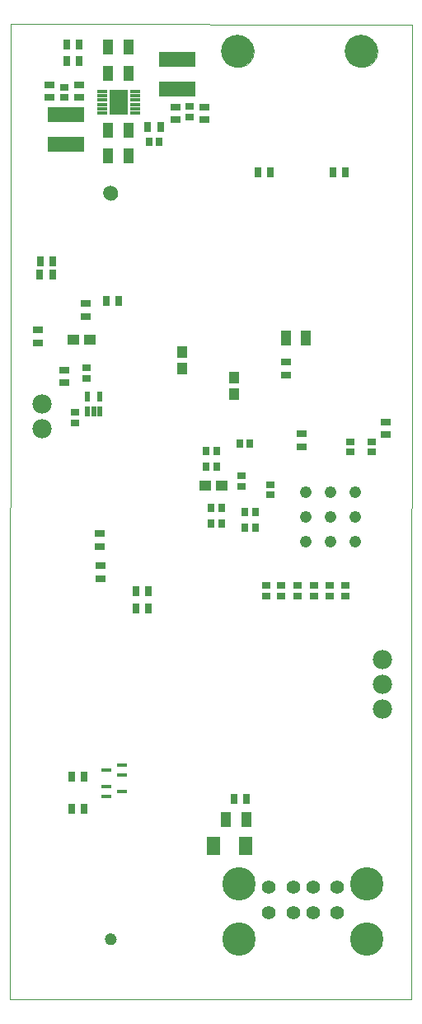
<source format=gbs>
G75*
%MOIN*%
%OFA0B0*%
%FSLAX24Y24*%
%IPPOS*%
%LPD*%
%AMOC8*
5,1,8,0,0,1.08239X$1,22.5*
%
%ADD10C,0.0000*%
%ADD11R,0.1457X0.0631*%
%ADD12R,0.0440X0.0180*%
%ADD13R,0.0440X0.0160*%
%ADD14R,0.0434X0.0473*%
%ADD15R,0.0473X0.0434*%
%ADD16R,0.0434X0.0138*%
%ADD17R,0.0749X0.1034*%
%ADD18R,0.0310X0.0340*%
%ADD19R,0.0420X0.0640*%
%ADD20R,0.0316X0.0394*%
%ADD21R,0.0394X0.0316*%
%ADD22R,0.0520X0.0780*%
%ADD23C,0.0560*%
%ADD24C,0.1346*%
%ADD25R,0.0340X0.0310*%
%ADD26C,0.0476*%
%ADD27R,0.0197X0.0394*%
%ADD28C,0.0780*%
%ADD29C,0.1320*%
%ADD30C,0.0591*%
%ADD31C,0.0473*%
D10*
X002495Y003425D02*
X002515Y042865D01*
X018747Y042855D01*
X018717Y003425D01*
X002495Y003425D01*
X006338Y005873D02*
X006340Y005902D01*
X006346Y005930D01*
X006355Y005958D01*
X006368Y005984D01*
X006385Y006007D01*
X006404Y006029D01*
X006426Y006048D01*
X006451Y006063D01*
X006477Y006076D01*
X006505Y006084D01*
X006533Y006089D01*
X006562Y006090D01*
X006591Y006087D01*
X006619Y006080D01*
X006646Y006070D01*
X006672Y006056D01*
X006695Y006039D01*
X006716Y006019D01*
X006734Y005996D01*
X006749Y005971D01*
X006760Y005944D01*
X006768Y005916D01*
X006772Y005887D01*
X006772Y005859D01*
X006768Y005830D01*
X006760Y005802D01*
X006749Y005775D01*
X006734Y005750D01*
X006716Y005727D01*
X006695Y005707D01*
X006672Y005690D01*
X006646Y005676D01*
X006619Y005666D01*
X006591Y005659D01*
X006562Y005656D01*
X006533Y005657D01*
X006505Y005662D01*
X006477Y005670D01*
X006451Y005683D01*
X006426Y005698D01*
X006404Y005717D01*
X006385Y005739D01*
X006368Y005762D01*
X006355Y005788D01*
X006346Y005816D01*
X006340Y005844D01*
X006338Y005873D01*
X006279Y036031D02*
X006281Y036064D01*
X006287Y036096D01*
X006296Y036127D01*
X006309Y036157D01*
X006326Y036185D01*
X006346Y036211D01*
X006369Y036235D01*
X006394Y036255D01*
X006422Y036273D01*
X006451Y036287D01*
X006482Y036297D01*
X006514Y036304D01*
X006547Y036307D01*
X006580Y036306D01*
X006612Y036301D01*
X006643Y036292D01*
X006674Y036280D01*
X006702Y036264D01*
X006729Y036245D01*
X006753Y036223D01*
X006774Y036198D01*
X006793Y036171D01*
X006808Y036142D01*
X006819Y036112D01*
X006827Y036080D01*
X006831Y036047D01*
X006831Y036015D01*
X006827Y035982D01*
X006819Y035950D01*
X006808Y035920D01*
X006793Y035891D01*
X006774Y035864D01*
X006753Y035839D01*
X006729Y035817D01*
X006702Y035798D01*
X006674Y035782D01*
X006643Y035770D01*
X006612Y035761D01*
X006580Y035756D01*
X006547Y035755D01*
X006514Y035758D01*
X006482Y035765D01*
X006451Y035775D01*
X006422Y035789D01*
X006394Y035807D01*
X006369Y035827D01*
X006346Y035851D01*
X006326Y035877D01*
X006309Y035905D01*
X006296Y035935D01*
X006287Y035966D01*
X006281Y035998D01*
X006279Y036031D01*
X011065Y041765D02*
X011067Y041815D01*
X011073Y041865D01*
X011083Y041914D01*
X011096Y041963D01*
X011114Y042010D01*
X011135Y042056D01*
X011159Y042099D01*
X011187Y042141D01*
X011218Y042181D01*
X011252Y042218D01*
X011289Y042252D01*
X011329Y042283D01*
X011371Y042311D01*
X011414Y042335D01*
X011460Y042356D01*
X011507Y042374D01*
X011556Y042387D01*
X011605Y042397D01*
X011655Y042403D01*
X011705Y042405D01*
X011755Y042403D01*
X011805Y042397D01*
X011854Y042387D01*
X011903Y042374D01*
X011950Y042356D01*
X011996Y042335D01*
X012039Y042311D01*
X012081Y042283D01*
X012121Y042252D01*
X012158Y042218D01*
X012192Y042181D01*
X012223Y042141D01*
X012251Y042099D01*
X012275Y042056D01*
X012296Y042010D01*
X012314Y041963D01*
X012327Y041914D01*
X012337Y041865D01*
X012343Y041815D01*
X012345Y041765D01*
X012343Y041715D01*
X012337Y041665D01*
X012327Y041616D01*
X012314Y041567D01*
X012296Y041520D01*
X012275Y041474D01*
X012251Y041431D01*
X012223Y041389D01*
X012192Y041349D01*
X012158Y041312D01*
X012121Y041278D01*
X012081Y041247D01*
X012039Y041219D01*
X011996Y041195D01*
X011950Y041174D01*
X011903Y041156D01*
X011854Y041143D01*
X011805Y041133D01*
X011755Y041127D01*
X011705Y041125D01*
X011655Y041127D01*
X011605Y041133D01*
X011556Y041143D01*
X011507Y041156D01*
X011460Y041174D01*
X011414Y041195D01*
X011371Y041219D01*
X011329Y041247D01*
X011289Y041278D01*
X011252Y041312D01*
X011218Y041349D01*
X011187Y041389D01*
X011159Y041431D01*
X011135Y041474D01*
X011114Y041520D01*
X011096Y041567D01*
X011083Y041616D01*
X011073Y041665D01*
X011067Y041715D01*
X011065Y041765D01*
X016065Y041765D02*
X016067Y041815D01*
X016073Y041865D01*
X016083Y041914D01*
X016096Y041963D01*
X016114Y042010D01*
X016135Y042056D01*
X016159Y042099D01*
X016187Y042141D01*
X016218Y042181D01*
X016252Y042218D01*
X016289Y042252D01*
X016329Y042283D01*
X016371Y042311D01*
X016414Y042335D01*
X016460Y042356D01*
X016507Y042374D01*
X016556Y042387D01*
X016605Y042397D01*
X016655Y042403D01*
X016705Y042405D01*
X016755Y042403D01*
X016805Y042397D01*
X016854Y042387D01*
X016903Y042374D01*
X016950Y042356D01*
X016996Y042335D01*
X017039Y042311D01*
X017081Y042283D01*
X017121Y042252D01*
X017158Y042218D01*
X017192Y042181D01*
X017223Y042141D01*
X017251Y042099D01*
X017275Y042056D01*
X017296Y042010D01*
X017314Y041963D01*
X017327Y041914D01*
X017337Y041865D01*
X017343Y041815D01*
X017345Y041765D01*
X017343Y041715D01*
X017337Y041665D01*
X017327Y041616D01*
X017314Y041567D01*
X017296Y041520D01*
X017275Y041474D01*
X017251Y041431D01*
X017223Y041389D01*
X017192Y041349D01*
X017158Y041312D01*
X017121Y041278D01*
X017081Y041247D01*
X017039Y041219D01*
X016996Y041195D01*
X016950Y041174D01*
X016903Y041156D01*
X016854Y041143D01*
X016805Y041133D01*
X016755Y041127D01*
X016705Y041125D01*
X016655Y041127D01*
X016605Y041133D01*
X016556Y041143D01*
X016507Y041156D01*
X016460Y041174D01*
X016414Y041195D01*
X016371Y041219D01*
X016329Y041247D01*
X016289Y041278D01*
X016252Y041312D01*
X016218Y041349D01*
X016187Y041389D01*
X016159Y041431D01*
X016135Y041474D01*
X016114Y041520D01*
X016096Y041567D01*
X016083Y041616D01*
X016073Y041665D01*
X016067Y041715D01*
X016065Y041765D01*
D11*
X009255Y041425D03*
X009255Y040225D03*
X004745Y039195D03*
X004745Y037995D03*
D12*
X007035Y012905D03*
X007035Y012505D03*
X006395Y012055D03*
X006395Y011655D03*
D13*
X006395Y012705D03*
X007035Y011855D03*
D14*
X011545Y027890D03*
X011545Y028560D03*
X009465Y028940D03*
X009465Y029610D03*
D15*
X010380Y024215D03*
X011050Y024215D03*
X005720Y030095D03*
X005050Y030095D03*
D16*
X006219Y039268D03*
X006219Y039445D03*
X006219Y039622D03*
X006219Y039799D03*
X006219Y039976D03*
X006219Y040154D03*
X007557Y040154D03*
X007557Y039976D03*
X007557Y039799D03*
X007557Y039622D03*
X007557Y039445D03*
X007557Y039268D03*
D17*
X006888Y039709D03*
D18*
X008115Y038105D03*
X008535Y038105D03*
X011775Y025915D03*
X012195Y025915D03*
X010845Y025615D03*
X010845Y024985D03*
X010425Y024985D03*
X010425Y025615D03*
X010635Y023305D03*
X010635Y022675D03*
X011055Y022675D03*
X011055Y023305D03*
X011995Y023155D03*
X012415Y023155D03*
X012415Y022515D03*
X011995Y022515D03*
D19*
X013645Y030165D03*
X014465Y030165D03*
X007285Y037545D03*
X007285Y038585D03*
X006465Y038585D03*
X006465Y037545D03*
X006455Y040865D03*
X006455Y041935D03*
X007275Y041935D03*
X007275Y040865D03*
X011235Y010705D03*
X012055Y010705D03*
D20*
X012061Y011535D03*
X011549Y011535D03*
X008091Y019245D03*
X007579Y019245D03*
X007579Y019945D03*
X008091Y019945D03*
X005501Y012455D03*
X004989Y012455D03*
X004989Y011125D03*
X005501Y011125D03*
X006379Y031685D03*
X006891Y031685D03*
X004221Y033285D03*
X004211Y032725D03*
X003699Y032725D03*
X003709Y033285D03*
X004779Y041385D03*
X004779Y042025D03*
X005291Y042025D03*
X005291Y041385D03*
X008069Y038705D03*
X008581Y038705D03*
X012509Y036865D03*
X013021Y036865D03*
X015539Y036865D03*
X016051Y036865D03*
D21*
X013655Y029191D03*
X013655Y028679D03*
X014275Y026291D03*
X014275Y025779D03*
X017705Y026269D03*
X017705Y026781D03*
X010365Y039009D03*
X010365Y039521D03*
X009175Y039521D03*
X009175Y039009D03*
X005285Y039889D03*
X005285Y040401D03*
X004105Y040411D03*
X004105Y039899D03*
X005555Y031561D03*
X005555Y031049D03*
X004685Y028881D03*
X004685Y028369D03*
X003635Y029979D03*
X003635Y030491D03*
X006135Y022261D03*
X006135Y021749D03*
X006145Y020961D03*
X006145Y020449D03*
D22*
X010715Y009645D03*
X012015Y009645D03*
D23*
X012967Y007976D03*
X012967Y006945D03*
X013951Y006945D03*
X013951Y007976D03*
X014739Y007976D03*
X014739Y006945D03*
X015723Y006945D03*
X015723Y007976D03*
D24*
X016932Y008114D03*
X016932Y005878D03*
X011758Y005878D03*
X011758Y008114D03*
D25*
X012855Y019745D03*
X012855Y020165D03*
X013455Y020175D03*
X013455Y019755D03*
X014125Y019745D03*
X014125Y020165D03*
X014795Y020165D03*
X014795Y019745D03*
X015425Y019745D03*
X015425Y020165D03*
X016055Y020165D03*
X016055Y019745D03*
X016245Y025565D03*
X016245Y025985D03*
X017115Y025985D03*
X017115Y025565D03*
X013025Y024245D03*
X013025Y023825D03*
X011845Y024185D03*
X011845Y024605D03*
X005595Y028555D03*
X005595Y028975D03*
X005125Y027175D03*
X005125Y026755D03*
X009755Y039105D03*
X009755Y039525D03*
X004685Y039895D03*
X004685Y040315D03*
D26*
X014465Y023955D03*
X014465Y022955D03*
X014465Y021955D03*
X015465Y021955D03*
X015465Y022955D03*
X015465Y023955D03*
X016465Y023955D03*
X016465Y022955D03*
X016465Y021955D03*
D27*
X006131Y027190D03*
X005875Y027190D03*
X006131Y027820D03*
X005619Y027820D03*
X005619Y027190D03*
D28*
X003775Y027505D03*
X003775Y026505D03*
X017545Y017175D03*
X017545Y016175D03*
X017545Y015175D03*
D29*
X016705Y041765D03*
X011705Y041765D03*
D30*
X006555Y036031D03*
D31*
X006555Y005873D03*
M02*

</source>
